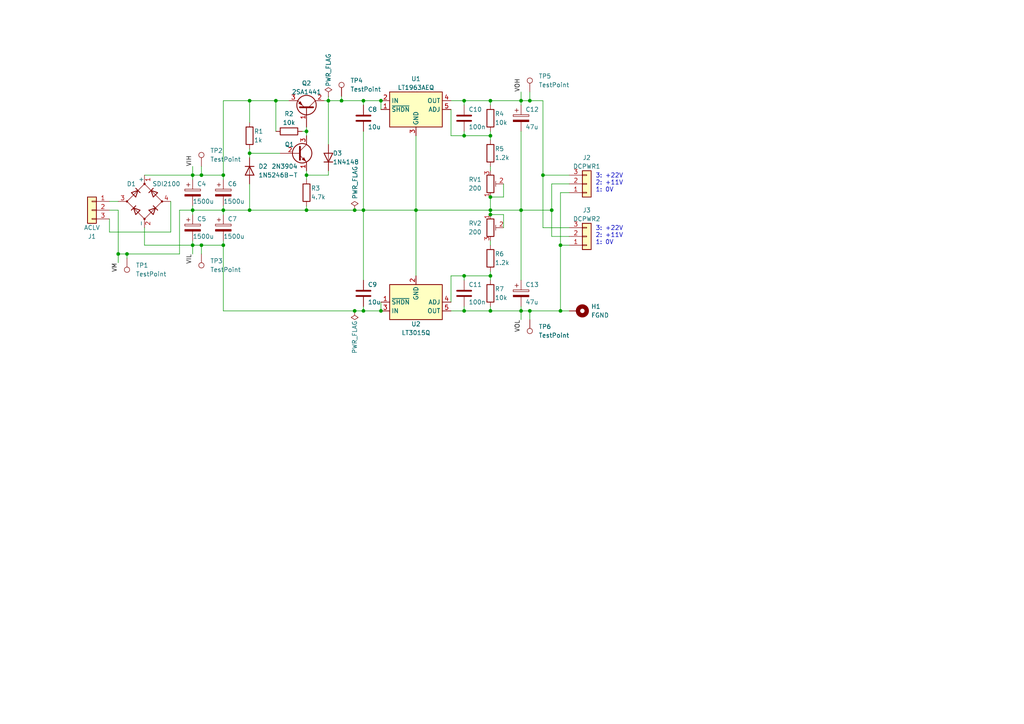
<source format=kicad_sch>
(kicad_sch (version 20211123) (generator eeschema)
  (paper "A4")
  (title_block (title "XPS:PS-DC") (company "yu2924"))
  (lib_symbols
    (symbol "Connector:TestPoint" (pin_numbers hide) (pin_names (offset 0.762) hide)
      (property "Reference" "TP" (at 0 6.858 0))
      (property "Value" "TestPoint" (at 0 5.08 0))
      (symbol "TestPoint_0_1"
        (circle (center 0 3.302) (radius 0.762))
      )
      (symbol "TestPoint_1_1"
        (pin passive line (at 0 0 90) (length 2.54) (name "1") (number "1"))
      )
    )
    (symbol "Connector_Generic:Conn_01x03" (pin_names (offset 1.016) hide)
      (property "Reference" "J" (at 0 5.08 0))
      (property "Value" "Conn_01x03" (at 0 -5.08 0))
      (symbol "Conn_01x03_1_1"
        (rectangle (start -1.27 -2.413) (end 0 -2.667) (stroke (width 0.1524)))
        (rectangle (start -1.27 0.127) (end 0 -0.127) (stroke (width 0.1524)))
        (rectangle (start -1.27 2.667) (end 0 2.413) (stroke (width 0.1524)))
        (rectangle (start -1.27 3.81) (end 1.27 -3.81) (stroke (width 0.254)) (fill (type background)))
        (pin passive line (at -5.08 2.54 0) (length 3.81) (name "Pin_1") (number "1"))
        (pin passive line (at -5.08 0 0) (length 3.81) (name "Pin_2") (number "2"))
        (pin passive line (at -5.08 -2.54 0) (length 3.81) (name "Pin_3") (number "3"))
      )
    )
    (symbol "Device:C" (pin_numbers hide) (pin_names (offset 0.254))
      (property "Reference" "C" (at 0.635 2.54 0))
      (property "Value" "C" (at 0.635 -2.54 0))
      (symbol "C_0_1"
        (polyline (pts (xy -2.032 -0.762) (xy 2.032 -0.762)) (stroke (width 0.508)))
        (polyline (pts (xy -2.032 0.762) (xy 2.032 0.762)) (stroke (width 0.508)))
      )
      (symbol "C_1_1"
        (pin passive line (at 0 3.81 270) (length 2.794) (name "~") (number "1"))
        (pin passive line (at 0 -3.81 90) (length 2.794) (name "~") (number "2"))
      )
    )
    (symbol "Device:C_Polarized" (pin_numbers hide) (pin_names (offset 0.254))
      (property "Reference" "C" (at 0.635 2.54 0))
      (property "Value" "C_Polarized" (at 0.635 -2.54 0))
      (symbol "C_Polarized_0_1"
        (rectangle (start -2.286 0.508) (end 2.286 1.016))
        (polyline (pts (xy -1.778 2.286) (xy -0.762 2.286)))
        (polyline (pts (xy -1.27 2.794) (xy -1.27 1.778)))
        (rectangle (start 2.286 -0.508) (end -2.286 -1.016) (fill (type outline)))
      )
      (symbol "C_Polarized_1_1"
        (pin passive line (at 0 3.81 270) (length 2.794) (name "~") (number "1"))
        (pin passive line (at 0 -3.81 90) (length 2.794) (name "~") (number "2"))
      )
    )
    (symbol "Device:D_Bridge_+-AA" (pin_names (offset 0))
      (property "Reference" "D" (at 2.54 6.985 0))
      (property "Value" "D_Bridge_+-AA" (at 2.54 5.08 0))
      (symbol "D_Bridge_+-AA_0_1"
        (circle (center -5.08 0) (radius 0.254) (fill (type outline)))
        (circle (center 0 -5.08) (radius 0.254) (fill (type outline)))
        (polyline (pts (xy -2.54 3.81) (xy -1.27 2.54)) (stroke (width 0.254)))
        (polyline (pts (xy -1.27 -2.54) (xy -2.54 -3.81)) (stroke (width 0.254)))
        (polyline (pts (xy 2.54 -1.27) (xy 3.81 -2.54)) (stroke (width 0.254)))
        (polyline (pts (xy 2.54 1.27) (xy 3.81 2.54)) (stroke (width 0.254)))
        (polyline (pts (xy -3.81 2.54) (xy -2.54 1.27) (xy -1.905 3.175) (xy -3.81 2.54)) (stroke (width 0.254)))
        (polyline (pts (xy -2.54 -1.27) (xy -3.81 -2.54) (xy -1.905 -3.175) (xy -2.54 -1.27)) (stroke (width 0.254)))
        (polyline (pts (xy 1.27 2.54) (xy 2.54 3.81) (xy 3.175 1.905) (xy 1.27 2.54)) (stroke (width 0.254)))
        (polyline (pts (xy 3.175 -1.905) (xy 1.27 -2.54) (xy 2.54 -3.81) (xy 3.175 -1.905)) (stroke (width 0.254)))
        (polyline (pts (xy -5.08 0) (xy 0 -5.08) (xy 5.08 0) (xy 0 5.08) (xy -5.08 0)))
        (circle (center 0 5.08) (radius 0.254) (fill (type outline)))
        (circle (center 5.08 0) (radius 0.254) (fill (type outline)))
      )
      (symbol "D_Bridge_+-AA_1_1"
        (pin passive line (at 7.62 0 180) (length 2.54) (name "+") (number "1"))
        (pin passive line (at -7.62 0 0) (length 2.54) (name "-") (number "2"))
        (pin passive line (at 0 7.62 270) (length 2.54) (name "~") (number "3"))
        (pin passive line (at 0 -7.62 90) (length 2.54) (name "~") (number "4"))
      )
    )
    (symbol "Device:Q_PNP_BCE" (pin_names (offset 0) hide)
      (property "Reference" "Q" (at 5.08 1.27 0))
      (property "Value" "Q_PNP_BCE" (at 5.08 -1.27 0))
      (symbol "Q_PNP_BCE_0_1"
        (polyline (pts (xy 0.635 0.635) (xy 2.54 2.54)))
        (polyline (pts (xy 0.635 -0.635) (xy 2.54 -2.54) (xy 2.54 -2.54)))
        (polyline (pts (xy 0.635 1.905) (xy 0.635 -1.905) (xy 0.635 -1.905)) (stroke (width 0.508)))
        (polyline (pts (xy 2.286 -1.778) (xy 1.778 -2.286) (xy 1.27 -1.27) (xy 2.286 -1.778) (xy 2.286 -1.778)) (fill (type outline)))
        (circle (center 1.27 0) (radius 2.8194) (stroke (width 0.254)))
      )
      (symbol "Q_PNP_BCE_1_1"
        (pin input line (at -5.08 0 0) (length 5.715) (name "B") (number "1"))
        (pin passive line (at 2.54 5.08 270) (length 2.54) (name "C") (number "2"))
        (pin passive line (at 2.54 -5.08 90) (length 2.54) (name "E") (number "3"))
      )
    )
    (symbol "Device:R" (pin_numbers hide) (pin_names (offset 0))
      (property "Reference" "R" (at 2.032 0 90))
      (property "Value" "R" (at 0 0 90))
      (symbol "R_0_1"
        (rectangle (start -1.016 -2.54) (end 1.016 2.54) (stroke (width 0.254)))
      )
      (symbol "R_1_1"
        (pin passive line (at 0 3.81 270) (length 1.27) (name "~") (number "1"))
        (pin passive line (at 0 -3.81 90) (length 1.27) (name "~") (number "2"))
      )
    )
    (symbol "Device:R_Potentiometer_Trim" (pin_names (offset 1.016) hide)
      (property "Reference" "RV" (at -4.445 0 90))
      (property "Value" "R_Potentiometer_Trim" (at -2.54 0 90))
      (symbol "R_Potentiometer_Trim_0_1"
        (polyline (pts (xy 1.524 0.762) (xy 1.524 -0.762)))
        (polyline (pts (xy 2.54 0) (xy 1.524 0)))
        (rectangle (start 1.016 2.54) (end -1.016 -2.54) (stroke (width 0.254)))
      )
      (symbol "R_Potentiometer_Trim_1_1"
        (pin passive line (at 0 3.81 270) (length 1.27) (name "1") (number "1"))
        (pin passive line (at 3.81 0 180) (length 1.27) (name "2") (number "2"))
        (pin passive line (at 0 -3.81 90) (length 1.27) (name "3") (number "3"))
      )
    )
    (symbol "Diode:1N4148" (pin_numbers hide) (pin_names (offset 1.016) hide)
      (property "Reference" "D" (at 0 2.54 0))
      (property "Value" "1N4148" (at 0 -2.54 0))
      (symbol "1N4148_0_1"
        (polyline (pts (xy -1.27 1.27) (xy -1.27 -1.27)) (stroke (width 0.254)))
        (polyline (pts (xy 1.27 0) (xy -1.27 0)))
        (polyline (pts (xy 1.27 1.27) (xy 1.27 -1.27) (xy -1.27 0) (xy 1.27 1.27)) (stroke (width 0.254)))
      )
      (symbol "1N4148_1_1"
        (pin passive line (at -3.81 0 0) (length 2.54) (name "K") (number "1"))
        (pin passive line (at 3.81 0 180) (length 2.54) (name "A") (number "2"))
      )
    )
    (symbol "Mechanical:MountingHole_Pad" (pin_numbers hide) (pin_names (offset 1.016) hide)
      (property "Reference" "H" (at 0 6.35 0))
      (property "Value" "MountingHole_Pad" (at 0 4.445 0))
      (symbol "MountingHole_Pad_0_1"
        (circle (center 0 1.27) (radius 1.27) (stroke (width 1.27)))
      )
      (symbol "MountingHole_Pad_1_1"
        (pin input line (at 0 -2.54 90) (length 2.54) (name "1") (number "1"))
      )
    )
    (symbol "Regulator_Linear:LT1963AEQ"
      (property "Reference" "U" (at -7.62 6.35 0))
      (property "Value" "LT1963AEQ" (at -1.27 6.35 0))
      (symbol "LT1963AEQ_0_1"
        (rectangle (start -7.62 5.08) (end 7.62 -5.08) (stroke (width 0.254)) (fill (type background)))
      )
      (symbol "LT1963AEQ_1_1"
        (pin input line (at -10.16 0 0) (length 2.54) (name "~{SHDN}") (number "1"))
        (pin power_in line (at -10.16 2.54 0) (length 2.54) (name "IN") (number "2"))
        (pin power_in line (at 0 -7.62 90) (length 2.54) (name "GND") (number "3"))
        (pin power_out line (at 10.16 2.54 180) (length 2.54) (name "OUT") (number "4"))
        (pin input line (at 10.16 0 180) (length 2.54) (name "ADJ") (number "5"))
      )
    )
    (symbol "Regulator_Linear:LT3015Q"
      (property "Reference" "U" (at -6.35 6.35 0))
      (property "Value" "LT3015Q" (at 0 6.35 0))
      (symbol "LT3015Q_0_1"
        (rectangle (start -7.62 5.08) (end 7.62 -5.08) (stroke (width 0.254)) (fill (type background)))
      )
      (symbol "LT3015Q_1_1"
        (pin input line (at -10.16 0 0) (length 2.54) (name "~{SHDN}") (number "1"))
        (pin power_in line (at 0 -7.62 90) (length 2.54) (name "GND") (number "2"))
        (pin power_in line (at -10.16 2.54 0) (length 2.54) (name "IN") (number "3"))
        (pin input line (at 10.16 0 180) (length 2.54) (name "ADJ") (number "4"))
        (pin power_out line (at 10.16 2.54 180) (length 2.54) (name "OUT") (number "5"))
      )
    )
    (symbol "Transistor_BJT:2N3904" (pin_names (offset 0) hide)
      (property "Reference" "Q" (at 5.08 1.905 0))
      (property "Value" "2N3904" (at 5.08 0 0))
      (symbol "2N3904_0_1"
        (polyline (pts (xy 0.635 0.635) (xy 2.54 2.54)))
        (polyline (pts (xy 0.635 -0.635) (xy 2.54 -2.54) (xy 2.54 -2.54)))
        (polyline (pts (xy 0.635 1.905) (xy 0.635 -1.905) (xy 0.635 -1.905)) (stroke (width 0.508)))
        (polyline (pts (xy 1.27 -1.778) (xy 1.778 -1.27) (xy 2.286 -2.286) (xy 1.27 -1.778) (xy 1.27 -1.778)) (fill (type outline)))
        (circle (center 1.27 0) (radius 2.8194) (stroke (width 0.254)))
      )
      (symbol "2N3904_1_1"
        (pin passive line (at 2.54 -5.08 90) (length 2.54) (name "E") (number "1"))
        (pin passive line (at -5.08 0 0) (length 5.715) (name "B") (number "2"))
        (pin passive line (at 2.54 5.08 270) (length 2.54) (name "C") (number "3"))
      )
    )
    (symbol "power:PWR_FLAG" (power) (pin_numbers hide) (pin_names (offset 0) hide)
      (property "Value" "PWR_FLAG" (at 0 3.81 0))
      (symbol "PWR_FLAG_0_0"
        (pin power_out line (at 0 0 90) (length 0) (name "pwr") (number "1"))
      )
      (symbol "PWR_FLAG_0_1"
        (polyline (pts (xy 0 0) (xy 0 1.27) (xy -1.016 1.905) (xy 0 2.54) (xy 1.016 1.905) (xy 0 1.27)))
      )
    )
  )
  (junction (at 102.87 90.17))
  (junction (at 105.41 60.96))
  (junction (at 110.49 29.21))
  (junction (at 88.9 60.96))
  (junction (at 134.62 39.37))
  (junction (at 34.29 73.66))
  (junction (at 88.9 38.1))
  (junction (at 88.9 50.8))
  (junction (at 120.65 60.96))
  (junction (at 105.41 29.21))
  (junction (at 151.13 29.21))
  (junction (at 162.56 71.12))
  (junction (at 134.62 90.17))
  (junction (at 134.62 29.21))
  (junction (at 58.42 50.8))
  (junction (at 142.24 39.37))
  (junction (at 80.01 29.21))
  (junction (at 142.24 62.23))
  (junction (at 95.25 29.21))
  (junction (at 36.83 73.66))
  (junction (at 105.41 90.17))
  (junction (at 142.24 29.21))
  (junction (at 153.67 90.17))
  (junction (at 157.48 50.8))
  (junction (at 64.77 60.96))
  (junction (at 64.77 50.8))
  (junction (at 142.24 90.17))
  (junction (at 153.67 29.21))
  (junction (at 142.24 80.01))
  (junction (at 162.56 90.17))
  (junction (at 134.62 80.01))
  (junction (at 72.39 29.21))
  (junction (at 110.49 90.17))
  (junction (at 142.24 57.15))
  (junction (at 72.39 60.96))
  (junction (at 151.13 90.17))
  (junction (at 142.24 60.96))
  (junction (at 72.39 44.45))
  (junction (at 151.13 60.96))
  (junction (at 102.87 60.96))
  (junction (at 58.42 71.12))
  (junction (at 64.77 71.12))
  (junction (at 55.88 60.96))
  (junction (at 160.02 60.96))
  (junction (at 55.88 71.12))
  (junction (at 55.88 50.8))
  (junction (at 99.06 29.21))
  (wire (pts (xy 153.67 26.67) (xy 153.67 29.21)))
  (wire (pts (xy 110.49 29.21) (xy 105.41 29.21)))
  (wire (pts (xy 134.62 29.21) (xy 134.62 30.48)))
  (wire (pts (xy 64.77 60.96) (xy 72.39 60.96)))
  (wire (pts (xy 55.88 60.96) (xy 52.07 60.96)))
  (wire (pts (xy 55.88 60.96) (xy 64.77 60.96)))
  (wire (pts (xy 105.41 90.17) (xy 105.41 88.9)))
  (wire (pts (xy 162.56 71.12) (xy 162.56 90.17)))
  (wire (pts (xy 87.63 38.1) (xy 88.9 38.1)))
  (wire (pts (xy 146.05 57.15) (xy 146.05 53.34)))
  (wire (pts (xy 72.39 29.21) (xy 72.39 35.56)))
  (wire (pts (xy 95.25 29.21) (xy 99.06 29.21)))
  (wire (pts (xy 153.67 29.21) (xy 157.48 29.21)))
  (wire (pts (xy 36.83 73.66) (xy 34.29 73.66)))
  (wire (pts (xy 134.62 38.1) (xy 134.62 39.37)))
  (wire (pts (xy 64.77 90.17) (xy 64.77 71.12)))
  (wire (pts (xy 142.24 80.01) (xy 142.24 81.28)))
  (wire (pts (xy 110.49 29.21) (xy 110.49 31.75)))
  (wire (pts (xy 162.56 71.12) (xy 165.1 71.12)))
  (wire (pts (xy 142.24 60.96) (xy 142.24 62.23)))
  (wire (pts (xy 95.25 27.94) (xy 95.25 29.21)))
  (wire (pts (xy 105.41 38.1) (xy 105.41 60.96)))
  (wire (pts (xy 153.67 90.17) (xy 151.13 90.17)))
  (wire (pts (xy 99.06 27.94) (xy 99.06 29.21)))
  (wire (pts (xy 88.9 60.96) (xy 88.9 59.69)))
  (wire (pts (xy 72.39 44.45) (xy 72.39 45.72)))
  (wire (pts (xy 110.49 90.17) (xy 105.41 90.17)))
  (wire (pts (xy 72.39 43.18) (xy 72.39 44.45)))
  (wire (pts (xy 49.53 58.42) (xy 49.53 67.31)))
  (wire (pts (xy 52.07 60.96) (xy 52.07 73.66)))
  (wire (pts (xy 88.9 60.96) (xy 102.87 60.96)))
  (wire (pts (xy 134.62 39.37) (xy 130.81 39.37)))
  (wire (pts (xy 105.41 90.17) (xy 102.87 90.17)))
  (wire (pts (xy 55.88 60.96) (xy 55.88 62.23)))
  (wire (pts (xy 34.29 73.66) (xy 34.29 60.96)))
  (wire (pts (xy 142.24 57.15) (xy 142.24 60.96)))
  (wire (pts (xy 41.91 50.8) (xy 55.88 50.8)))
  (wire (pts (xy 93.98 29.21) (xy 95.25 29.21)))
  (wire (pts (xy 105.41 29.21) (xy 105.41 30.48)))
  (wire (pts (xy 157.48 50.8) (xy 165.1 50.8)))
  (wire (pts (xy 120.65 60.96) (xy 142.24 60.96)))
  (wire (pts (xy 55.88 71.12) (xy 55.88 69.85)))
  (wire (pts (xy 151.13 38.1) (xy 151.13 60.96)))
  (wire (pts (xy 134.62 80.01) (xy 130.81 80.01)))
  (wire (pts (xy 64.77 69.85) (xy 64.77 71.12)))
  (wire (pts (xy 88.9 36.83) (xy 88.9 38.1)))
  (wire (pts (xy 55.88 71.12) (xy 55.88 73.66)))
  (wire (pts (xy 134.62 80.01) (xy 134.62 81.28)))
  (wire (pts (xy 31.75 67.31) (xy 49.53 67.31)))
  (wire (pts (xy 58.42 71.12) (xy 55.88 71.12)))
  (wire (pts (xy 142.24 62.23) (xy 146.05 62.23)))
  (wire (pts (xy 130.81 90.17) (xy 134.62 90.17)))
  (wire (pts (xy 151.13 60.96) (xy 151.13 81.28)))
  (wire (pts (xy 80.01 29.21) (xy 83.82 29.21)))
  (wire (pts (xy 102.87 60.96) (xy 105.41 60.96)))
  (wire (pts (xy 31.75 58.42) (xy 34.29 58.42)))
  (wire (pts (xy 142.24 38.1) (xy 142.24 39.37)))
  (wire (pts (xy 55.88 59.69) (xy 55.88 60.96)))
  (wire (pts (xy 41.91 66.04) (xy 41.91 71.12)))
  (wire (pts (xy 142.24 29.21) (xy 142.24 30.48)))
  (wire (pts (xy 157.48 66.04) (xy 165.1 66.04)))
  (wire (pts (xy 72.39 44.45) (xy 81.28 44.45)))
  (wire (pts (xy 41.91 71.12) (xy 55.88 71.12)))
  (wire (pts (xy 134.62 39.37) (xy 142.24 39.37)))
  (wire (pts (xy 157.48 29.21) (xy 157.48 50.8)))
  (wire (pts (xy 146.05 62.23) (xy 146.05 66.04)))
  (wire (pts (xy 162.56 90.17) (xy 165.1 90.17)))
  (wire (pts (xy 160.02 53.34) (xy 160.02 60.96)))
  (wire (pts (xy 102.87 90.17) (xy 64.77 90.17)))
  (wire (pts (xy 31.75 63.5) (xy 31.75 67.31)))
  (wire (pts (xy 55.88 52.07) (xy 55.88 50.8)))
  (wire (pts (xy 142.24 90.17) (xy 151.13 90.17)))
  (wire (pts (xy 134.62 80.01) (xy 142.24 80.01)))
  (wire (pts (xy 153.67 90.17) (xy 153.67 92.71)))
  (wire (pts (xy 130.81 29.21) (xy 134.62 29.21)))
  (wire (pts (xy 88.9 49.53) (xy 88.9 50.8)))
  (wire (pts (xy 120.65 60.96) (xy 120.65 80.01)))
  (wire (pts (xy 72.39 29.21) (xy 64.77 29.21)))
  (wire (pts (xy 88.9 50.8) (xy 95.25 50.8)))
  (wire (pts (xy 88.9 38.1) (xy 88.9 39.37)))
  (wire (pts (xy 151.13 29.21) (xy 151.13 30.48)))
  (wire (pts (xy 36.83 73.66) (xy 36.83 74.93)))
  (wire (pts (xy 142.24 90.17) (xy 142.24 88.9)))
  (wire (pts (xy 151.13 90.17) (xy 151.13 92.71)))
  (wire (pts (xy 55.88 50.8) (xy 58.42 50.8)))
  (wire (pts (xy 142.24 60.96) (xy 151.13 60.96)))
  (wire (pts (xy 105.41 60.96) (xy 120.65 60.96)))
  (wire (pts (xy 130.81 31.75) (xy 130.81 39.37)))
  (wire (pts (xy 52.07 73.66) (xy 36.83 73.66)))
  (wire (pts (xy 72.39 29.21) (xy 80.01 29.21)))
  (wire (pts (xy 64.77 59.69) (xy 64.77 60.96)))
  (wire (pts (xy 34.29 60.96) (xy 31.75 60.96)))
  (wire (pts (xy 58.42 48.26) (xy 58.42 50.8)))
  (wire (pts (xy 58.42 71.12) (xy 58.42 73.66)))
  (wire (pts (xy 64.77 50.8) (xy 64.77 52.07)))
  (wire (pts (xy 157.48 50.8) (xy 157.48 66.04)))
  (wire (pts (xy 142.24 39.37) (xy 142.24 40.64)))
  (wire (pts (xy 151.13 90.17) (xy 151.13 88.9)))
  (wire (pts (xy 64.77 60.96) (xy 64.77 62.23)))
  (wire (pts (xy 64.77 71.12) (xy 58.42 71.12)))
  (wire (pts (xy 72.39 53.34) (xy 72.39 60.96)))
  (wire (pts (xy 142.24 57.15) (xy 146.05 57.15)))
  (wire (pts (xy 95.25 49.53) (xy 95.25 50.8)))
  (wire (pts (xy 99.06 29.21) (xy 105.41 29.21)))
  (wire (pts (xy 142.24 78.74) (xy 142.24 80.01)))
  (wire (pts (xy 134.62 90.17) (xy 134.62 88.9)))
  (wire (pts (xy 72.39 60.96) (xy 88.9 60.96)))
  (wire (pts (xy 160.02 53.34) (xy 165.1 53.34)))
  (wire (pts (xy 88.9 50.8) (xy 88.9 52.07)))
  (wire (pts (xy 64.77 29.21) (xy 64.77 50.8)))
  (wire (pts (xy 110.49 87.63) (xy 110.49 90.17)))
  (wire (pts (xy 105.41 60.96) (xy 105.41 81.28)))
  (wire (pts (xy 134.62 29.21) (xy 142.24 29.21)))
  (wire (pts (xy 162.56 55.88) (xy 162.56 71.12)))
  (wire (pts (xy 80.01 29.21) (xy 80.01 38.1)))
  (wire (pts (xy 142.24 69.85) (xy 142.24 71.12)))
  (wire (pts (xy 151.13 26.67) (xy 151.13 29.21)))
  (wire (pts (xy 142.24 48.26) (xy 142.24 49.53)))
  (wire (pts (xy 162.56 90.17) (xy 153.67 90.17)))
  (wire (pts (xy 55.88 48.26) (xy 55.88 50.8)))
  (wire (pts (xy 120.65 39.37) (xy 120.65 60.96)))
  (wire (pts (xy 34.29 73.66) (xy 34.29 76.2)))
  (wire (pts (xy 160.02 68.58) (xy 165.1 68.58)))
  (wire (pts (xy 58.42 50.8) (xy 64.77 50.8)))
  (wire (pts (xy 134.62 90.17) (xy 142.24 90.17)))
  (wire (pts (xy 160.02 60.96) (xy 160.02 68.58)))
  (wire (pts (xy 142.24 29.21) (xy 151.13 29.21)))
  (wire (pts (xy 151.13 29.21) (xy 153.67 29.21)))
  (wire (pts (xy 162.56 55.88) (xy 165.1 55.88)))
  (wire (pts (xy 130.81 80.01) (xy 130.81 87.63)))
  (wire (pts (xy 151.13 60.96) (xy 160.02 60.96)))
  (wire (pts (xy 95.25 41.91) (xy 95.25 29.21)))
  (text "3: +22V\n2: +11V\n1: 0V" (at 172.72 55.88 0) (effects (font (size 1.27 1.27)) (justify left bottom)))
  (text "3: +22V\n2: +11V\n1: 0V" (at 172.72 71.12 0) (effects (font (size 1.27 1.27)) (justify left bottom)))
  (label "VOL" (at 151.13 92.71 270))
  (label "VIH" (at 55.88 48.26 90))
  (label "VM" (at 34.29 76.2 270))
  (label "VOH" (at 151.13 26.67 90))
  (label "VIL" (at 55.88 73.66 270))
  (symbol (lib_id "power:PWR_FLAG") (at 102.87 90.17 180) (unit 1)
    (property "Reference" "#FLG04" (effects hide))
    (property "Value" "PWR_FLAG" (at 102.87 97.79 90))
  )
  (symbol (lib_id "Connector:TestPoint") (at 153.67 26.67 0) (unit 1)
    (property "Reference" "TP5" (at 156.21 22.0979 0) (effects (justify left)))
    (property "Value" "TestPoint" (at 156.21 24.6379 0) (effects (justify left)))
    (property "Footprint" "Local:TestPoint-THT-2x2" (effects hide))
  )
  (symbol (lib_id "Diode:1N4148") (at 95.25 45.72 90) (unit 1)
    (property "Reference" "D3" (at 96.52 44.45 90) (effects (justify right)))
    (property "Value" "1N4148" (at 96.52 46.99 90) (effects (justify right)))
    (property "Footprint" "Diode_THT:D_DO-35_SOD27_P7.62mm_Horizontal" (effects hide))
    (property "Datasheet" "https://assets.nexperia.com/documents/data-sheet/1N4148_1N4448.pdf" (effects hide))
  )
  (symbol (lib_id "Device:C") (at 105.41 34.29 0) (unit 1)
    (property "Reference" "C8" (at 106.68 31.75 0) (effects (justify left)))
    (property "Value" "10u" (at 106.68 36.83 0) (effects (justify left)))
    (property "Footprint" "Capacitor_SMD:C_1210_3225Metric_Pad1.33x2.70mm_HandSolder" (effects hide))
    (property "Comment" "Murata GCM32EC71H106KA03L" (effects hide))
  )
  (symbol (lib_id "Device:R") (at 142.24 34.29 0) (unit 1)
    (property "Reference" "R4" (at 143.51 33.02 0) (effects (justify left)))
    (property "Value" "10k" (at 143.51 35.56 0) (effects (justify left)))
    (property "Footprint" "Resistor_SMD:R_0603_1608Metric_Pad0.98x0.95mm_HandSolder" (effects hide))
  )
  (symbol (lib_id "power:PWR_FLAG") (at 95.25 27.94 0) (unit 1)
    (property "Reference" "#FLG02" (effects hide))
    (property "Value" "PWR_FLAG" (at 95.25 20.32 90))
  )
  (symbol (lib_id "Regulator_Linear:LT1963AEQ") (at 120.65 31.75 0) (unit 1)
    (property "Reference" "U1" (at 120.65 22.86 0))
    (property "Value" "LT1963AEQ" (at 120.65 25.4 0))
    (property "Footprint" "Package_TO_SOT_SMD:TO-263-5_TabPin3" (effects hide))
    (property "Datasheet" "https://www.analog.com/media/en/technical-documentation/data-sheets/1963aff.pdf" (effects hide))
  )
  (symbol (lib_id "Device:R") (at 72.39 39.37 0) (unit 1)
    (property "Reference" "R1" (at 73.66 38.1 0) (effects (justify left)))
    (property "Value" "1k" (at 73.66 40.64 0) (effects (justify left)))
    (property "Footprint" "Local:R-THT-Axial-Horz-P5.08mm" (effects hide))
  )
  (symbol (lib_id "Mechanical:MountingHole_Pad") (at 167.64 90.17 270) (unit 1)
    (property "Reference" "H1" (at 171.45 88.8999 90) (effects (justify left)))
    (property "Value" "FGND" (at 171.45 91.4399 90) (effects (justify left)))
    (property "Footprint" "MountingHole:MountingHole_3.2mm_M3_Pad" (effects hide))
  )
  (symbol (lib_id "Regulator_Linear:LT3015Q") (at 120.65 87.63 0) (mirror x) (unit 1)
    (property "Reference" "U2" (at 120.65 93.98 0))
    (property "Value" "LT3015Q" (at 120.65 96.52 0))
    (property "Footprint" "Package_TO_SOT_SMD:TO-263-5_TabPin3" (effects hide))
    (property "Datasheet" "https://www.analog.com/media/en/technical-documentation/data-sheets/3015fb.pdf" (effects hide))
  )
  (symbol (lib_id "Connector_Generic:Conn_01x03") (at 170.18 53.34 0) (mirror x) (unit 1)
    (property "Reference" "J2" (at 170.18 45.72 0))
    (property "Value" "DCPWR1" (at 170.18 48.26 0))
    (property "Footprint" "Local:JST-XH-B3B-XH-A-1x03-P2.50mm-Vertical" (effects hide))
  )
  (symbol (lib_id "Device:R_Potentiometer_Trim") (at 142.24 53.34 0) (mirror x) (unit 1)
    (property "Reference" "RV1" (at 139.7 52.0699 0) (effects (justify right)))
    (property "Value" "200" (at 139.7 54.6099 0) (effects (justify right)))
    (property "Footprint" "Local:TOCOS-GF063P1" (effects hide))
  )
  (symbol (lib_id "Device:C") (at 105.41 85.09 0) (unit 1)
    (property "Reference" "C9" (at 106.68 82.55 0) (effects (justify left)))
    (property "Value" "10u" (at 106.68 87.63 0) (effects (justify left)))
    (property "Footprint" "Capacitor_SMD:C_1210_3225Metric_Pad1.33x2.70mm_HandSolder" (effects hide))
    (property "Comment" "Murata GCM32EC71H106KA03L" (effects hide))
  )
  (symbol (lib_id "Device:R") (at 142.24 85.09 0) (unit 1)
    (property "Reference" "R7" (at 143.51 83.82 0) (effects (justify left)))
    (property "Value" "10k" (at 143.51 86.36 0) (effects (justify left)))
    (property "Footprint" "Resistor_SMD:R_0603_1608Metric_Pad0.98x0.95mm_HandSolder" (effects hide))
  )
  (symbol (lib_id "Transistor_BJT:2N3904") (at 86.36 44.45 0) (unit 1)
    (property "Reference" "Q1" (at 82.55 41.91 0) (effects (justify left)))
    (property "Value" "2N3904" (at 78.74 48.26 0) (effects (justify left)))
    (property "Footprint" "Package_TO_SOT_THT:TO-92_Inline_Wide" (effects hide))
    (property "Datasheet" "https://www.onsemi.com/pub/Collateral/2N3903-D.PDF" (effects hide))
  )
  (symbol (lib_id "Device:C_Polarized") (at 55.88 55.88 0) (unit 1)
    (property "Reference" "C4" (at 57.15 53.34 0) (effects (justify left)))
    (property "Value" "1500u" (at 55.88 58.42 0) (effects (justify left)))
    (property "Footprint" "Local:CP-THT-Radial-D16.0mm-P7.50mm" (effects hide))
    (property "Comment" "Rubycon 35ZLJ1500MGC16X20" (effects hide))
  )
  (symbol (lib_id "Device:C") (at 134.62 34.29 0) (unit 1)
    (property "Reference" "C10" (at 135.89 31.75 0) (effects (justify left)))
    (property "Value" "100n" (at 135.89 36.83 0) (effects (justify left)))
    (property "Footprint" "Capacitor_SMD:C_0603_1608Metric_Pad1.08x0.95mm_HandSolder" (effects hide))
    (property "Comment" "Murata GCM188R71H104KA57D" (effects hide))
  )
  (symbol (lib_id "Connector:TestPoint") (at 58.42 73.66 180) (unit 1)
    (property "Reference" "TP3" (at 60.96 75.6919 0) (effects (justify right)))
    (property "Value" "TestPoint" (at 60.96 78.2319 0) (effects (justify right)))
    (property "Footprint" "Local:TestPoint-THT-2x2" (effects hide))
  )
  (symbol (lib_id "Device:R") (at 83.82 38.1 90) (unit 1)
    (property "Reference" "R2" (at 83.82 33.02 90))
    (property "Value" "10k" (at 83.82 35.56 90))
    (property "Footprint" "Local:R-THT-Axial-Horz-P5.08mm" (effects hide))
  )
  (symbol (lib_id "Device:C_Polarized") (at 64.77 66.04 0) (unit 1)
    (property "Reference" "C7" (at 66.04 63.5 0) (effects (justify left)))
    (property "Value" "1500u" (at 64.77 68.58 0) (effects (justify left)))
    (property "Footprint" "Local:CP-THT-Radial-D16.0mm-P7.50mm" (effects hide))
    (property "Comment" "Rubycon 35ZLJ1500MGC16X20" (effects hide))
  )
  (symbol (lib_id "Device:Q_PNP_BCE") (at 88.9 31.75 270) (mirror x) (unit 1)
    (property "Reference" "Q2" (at 88.9 24.13 90))
    (property "Value" "2SA1441" (at 88.9 26.67 90))
    (property "Footprint" "Package_TO_SOT_THT:TO-220-3_Horizontal_TabDown" (effects hide))
  )
  (symbol (lib_id "Connector:TestPoint") (at 153.67 92.71 180) (unit 1)
    (property "Reference" "TP6" (at 156.21 94.7419 0) (effects (justify right)))
    (property "Value" "TestPoint" (at 156.21 97.2819 0) (effects (justify right)))
    (property "Footprint" "Local:TestPoint-THT-2x2" (effects hide))
  )
  (symbol (lib_id "Device:R") (at 88.9 55.88 0) (unit 1)
    (property "Reference" "R3" (at 90.17 54.61 0) (effects (justify left)))
    (property "Value" "4.7k" (at 90.17 57.15 0) (effects (justify left)))
    (property "Footprint" "Local:R-THT-Axial-Horz-P5.08mm" (effects hide))
  )
  (symbol (lib_id "Connector:TestPoint") (at 99.06 27.94 0) (unit 1)
    (property "Reference" "TP4" (at 101.6 23.3679 0) (effects (justify left)))
    (property "Value" "TestPoint" (at 101.6 25.9079 0) (effects (justify left)))
    (property "Footprint" "Local:TestPoint-THT-2x2" (effects hide))
  )
  (symbol (lib_id "power:PWR_FLAG") (at 102.87 60.96 0) (unit 1)
    (property "Reference" "#FLG03" (effects hide))
    (property "Value" "PWR_FLAG" (at 102.964 48.1273 90) (effects (justify right)))
  )
  (symbol (lib_id "Diode:1N4148") (at 72.39 49.53 270) (unit 1)
    (property "Reference" "D2" (at 74.93 48.2599 90) (effects (justify left)))
    (property "Value" "1N5246B-T" (at 74.93 50.7999 90) (effects (justify left)))
    (property "Footprint" "Diode_THT:D_DO-35_SOD27_P7.62mm_Horizontal" (effects hide))
    (property "Datasheet" "https://assets.nexperia.com/documents/data-sheet/1N4148_1N4448.pdf" (effects hide))
  )
  (symbol (lib_id "Device:R") (at 142.24 74.93 0) (unit 1)
    (property "Reference" "R6" (at 143.51 73.66 0) (effects (justify left)))
    (property "Value" "1.2k" (at 143.51 76.2 0) (effects (justify left)))
    (property "Footprint" "Resistor_SMD:R_0603_1608Metric_Pad0.98x0.95mm_HandSolder" (effects hide))
  )
  (symbol (lib_id "Device:R_Potentiometer_Trim") (at 142.24 66.04 0) (unit 1)
    (property "Reference" "RV2" (at 139.7 64.7699 0) (effects (justify right)))
    (property "Value" "200" (at 139.7 67.3099 0) (effects (justify right)))
    (property "Footprint" "Local:TOCOS-GF063P1" (effects hide))
  )
  (symbol (lib_id "Connector:TestPoint") (at 58.42 48.26 0) (unit 1)
    (property "Reference" "TP2" (at 60.96 43.6879 0) (effects (justify left)))
    (property "Value" "TestPoint" (at 60.96 46.2279 0) (effects (justify left)))
    (property "Footprint" "Local:TestPoint-THT-2x2" (effects hide))
  )
  (symbol (lib_id "Device:C_Polarized") (at 55.88 66.04 0) (unit 1)
    (property "Reference" "C5" (at 57.15 63.5 0) (effects (justify left)))
    (property "Value" "1500u" (at 55.88 68.58 0) (effects (justify left)))
    (property "Footprint" "Local:CP-THT-Radial-D16.0mm-P7.50mm" (effects hide))
    (property "Comment" "Rubycon 35ZLJ1500MGC16X20" (effects hide))
  )
  (symbol (lib_id "Device:C_Polarized") (at 151.13 34.29 0) (unit 1)
    (property "Reference" "C12" (at 152.4 31.75 0) (effects (justify left)))
    (property "Value" "47u" (at 152.4 36.83 0) (effects (justify left)))
    (property "Footprint" "Local:CP-THT-Radial-D8.0mm-P3.50mm" (effects hide))
    (property "Comment" "Panasonic 20SEP47M" (effects hide))
  )
  (symbol (lib_id "Device:D_Bridge_+-AA") (at 41.91 58.42 90) (unit 1)
    (property "Reference" "D1" (at 38.1 53.34 90))
    (property "Value" "SDI2100" (at 48.26 53.34 90))
    (property "Footprint" "Local:DiodeBridge_DIP-4_W7.62mm_P5.08mm-SDI2100" (effects hide))
    (property "Comment" "Panjit SDI2100" (effects hide))
  )
  (symbol (lib_id "Device:C_Polarized") (at 64.77 55.88 0) (unit 1)
    (property "Reference" "C6" (at 66.04 53.34 0) (effects (justify left)))
    (property "Value" "1500u" (at 64.77 58.42 0) (effects (justify left)))
    (property "Footprint" "Local:CP-THT-Radial-D16.0mm-P7.50mm" (effects hide))
    (property "Comment" "Rubycon 35ZLJ1500MGC16X20" (effects hide))
  )
  (symbol (lib_id "Connector_Generic:Conn_01x03") (at 170.18 68.58 0) (mirror x) (unit 1)
    (property "Reference" "J3" (at 170.18 60.96 0))
    (property "Value" "DCPWR2" (at 170.18 63.5 0))
    (property "Footprint" "Local:JST-XH-B3B-XH-A-1x03-P2.50mm-Vertical" (effects hide))
  )
  (symbol (lib_id "Device:R") (at 142.24 44.45 0) (unit 1)
    (property "Reference" "R5" (at 143.51 43.18 0) (effects (justify left)))
    (property "Value" "1.2k" (at 143.51 45.72 0) (effects (justify left)))
    (property "Footprint" "Resistor_SMD:R_0603_1608Metric_Pad0.98x0.95mm_HandSolder" (effects hide))
  )
  (symbol (lib_id "Connector_Generic:Conn_01x03") (at 26.67 60.96 0) (mirror y) (unit 1)
    (property "Reference" "J1" (at 26.67 68.58 0))
    (property "Value" "ACLV" (at 26.67 66.04 0))
    (property "Footprint" "Local:JST-XH-B3B-XH-A-1x03-P2.50mm-Vertical" (effects hide))
  )
  (symbol (lib_id "Device:C_Polarized") (at 151.13 85.09 0) (unit 1)
    (property "Reference" "C13" (at 152.4 82.55 0) (effects (justify left)))
    (property "Value" "47u" (at 152.4 87.63 0) (effects (justify left)))
    (property "Footprint" "Local:CP-THT-Radial-D8.0mm-P3.50mm" (effects hide))
    (property "Comment" "Panasonic 20SEP47M" (effects hide))
  )
  (symbol (lib_id "Device:C") (at 134.62 85.09 0) (unit 1)
    (property "Reference" "C11" (at 135.89 82.55 0) (effects (justify left)))
    (property "Value" "100n" (at 135.89 87.63 0) (effects (justify left)))
    (property "Footprint" "Capacitor_SMD:C_0603_1608Metric_Pad1.08x0.95mm_HandSolder" (effects hide))
    (property "Comment" "Murata GCM188R71H104KA57D" (effects hide))
  )
  (symbol (lib_id "Connector:TestPoint") (at 36.83 74.93 180) (unit 1)
    (property "Reference" "TP1" (at 39.37 76.9619 0) (effects (justify right)))
    (property "Value" "TestPoint" (at 39.37 79.5019 0) (effects (justify right)))
    (property "Footprint" "Local:TestPoint-THT-2x2" (effects hide))
  )
)
</source>
